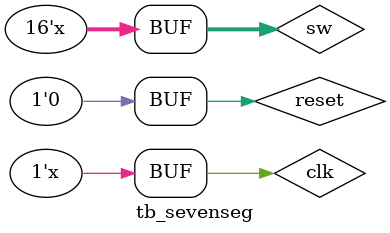
<source format=v>
`timescale 1ns / 1ps


module tb_sevenseg;
reg clk = -1;
reg [15:0] sw = 0;
reg reset = 0;
wire [3:0] an;
wire [6:0] seg;

 sevenseg sev(clk, sw, reset, an, seg);
 always #5 clk = ~clk;
initial begin
 sw=0;
  #20;
  end
 always begin
 sw = sw +1;
 #20;

 end
 
endmodule

</source>
